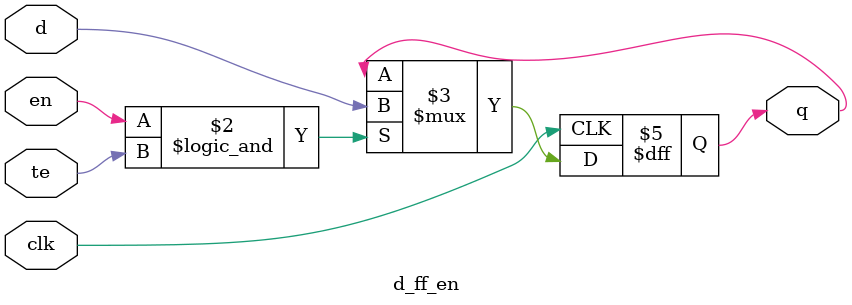
<source format=v>
module d_ff_en(clk, en, te, d, q);
    input clk, en, te, d;
    output q;
    reg q;

    always @(posedge clk) begin
        if (en && te) begin
            q <= d;
        end
    end
endmodule
</source>
